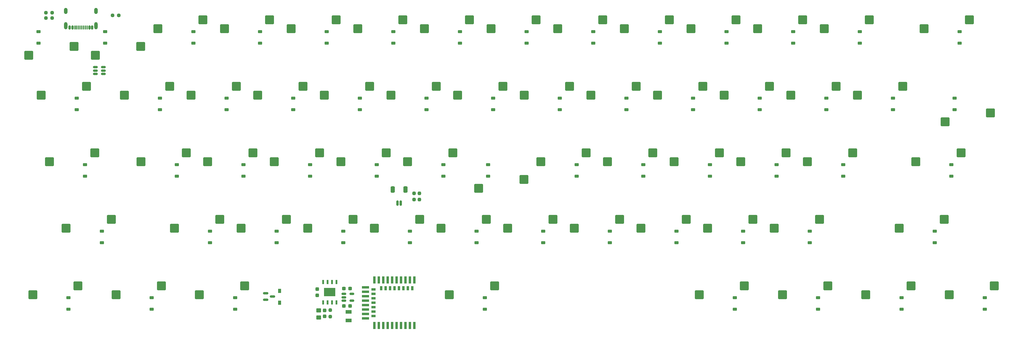
<source format=gbr>
%TF.GenerationSoftware,KiCad,Pcbnew,8.0.2*%
%TF.CreationDate,2024-05-19T01:25:04+08:00*%
%TF.ProjectId,rmk-ble-keyboard,726d6b2d-626c-4652-9d6b-6579626f6172,0*%
%TF.SameCoordinates,Original*%
%TF.FileFunction,Paste,Bot*%
%TF.FilePolarity,Positive*%
%FSLAX46Y46*%
G04 Gerber Fmt 4.6, Leading zero omitted, Abs format (unit mm)*
G04 Created by KiCad (PCBNEW 8.0.2) date 2024-05-19 01:25:04*
%MOMM*%
%LPD*%
G01*
G04 APERTURE LIST*
G04 Aperture macros list*
%AMRoundRect*
0 Rectangle with rounded corners*
0 $1 Rounding radius*
0 $2 $3 $4 $5 $6 $7 $8 $9 X,Y pos of 4 corners*
0 Add a 4 corners polygon primitive as box body*
4,1,4,$2,$3,$4,$5,$6,$7,$8,$9,$2,$3,0*
0 Add four circle primitives for the rounded corners*
1,1,$1+$1,$2,$3*
1,1,$1+$1,$4,$5*
1,1,$1+$1,$6,$7*
1,1,$1+$1,$8,$9*
0 Add four rect primitives between the rounded corners*
20,1,$1+$1,$2,$3,$4,$5,0*
20,1,$1+$1,$4,$5,$6,$7,0*
20,1,$1+$1,$6,$7,$8,$9,0*
20,1,$1+$1,$8,$9,$2,$3,0*%
G04 Aperture macros list end*
%ADD10RoundRect,0.250000X-1.025000X-1.000000X1.025000X-1.000000X1.025000X1.000000X-1.025000X1.000000X0*%
%ADD11RoundRect,0.250000X1.025000X1.000000X-1.025000X1.000000X-1.025000X-1.000000X1.025000X-1.000000X0*%
%ADD12RoundRect,0.237500X0.300000X0.237500X-0.300000X0.237500X-0.300000X-0.237500X0.300000X-0.237500X0*%
%ADD13RoundRect,0.225000X0.375000X-0.225000X0.375000X0.225000X-0.375000X0.225000X-0.375000X-0.225000X0*%
%ADD14RoundRect,0.150000X-0.512500X-0.150000X0.512500X-0.150000X0.512500X0.150000X-0.512500X0.150000X0*%
%ADD15R,0.950000X1.200000*%
%ADD16RoundRect,0.150000X-0.150000X-0.425000X0.150000X-0.425000X0.150000X0.425000X-0.150000X0.425000X0*%
%ADD17RoundRect,0.075000X-0.075000X-0.500000X0.075000X-0.500000X0.075000X0.500000X-0.075000X0.500000X0*%
%ADD18O,1.000000X1.800000*%
%ADD19O,1.000000X2.100000*%
%ADD20R,0.600000X1.200000*%
%ADD21R,3.300000X2.400000*%
%ADD22RoundRect,0.237500X-0.237500X0.300000X-0.237500X-0.300000X0.237500X-0.300000X0.237500X0.300000X0*%
%ADD23R,0.800000X2.000000*%
%ADD24R,2.000000X0.800000*%
%ADD25R,1.200000X0.800000*%
%ADD26R,0.800000X1.200000*%
%ADD27RoundRect,0.150000X-0.150000X-0.625000X0.150000X-0.625000X0.150000X0.625000X-0.150000X0.625000X0*%
%ADD28RoundRect,0.250000X-0.350000X-0.650000X0.350000X-0.650000X0.350000X0.650000X-0.350000X0.650000X0*%
%ADD29RoundRect,0.250000X0.450000X-0.350000X0.450000X0.350000X-0.450000X0.350000X-0.450000X-0.350000X0*%
%ADD30R,1.800000X1.000000*%
%ADD31RoundRect,0.225000X-0.375000X0.225000X-0.375000X-0.225000X0.375000X-0.225000X0.375000X0.225000X0*%
%ADD32RoundRect,0.237500X0.250000X0.237500X-0.250000X0.237500X-0.250000X-0.237500X0.250000X-0.237500X0*%
%ADD33RoundRect,0.150000X-0.587500X-0.150000X0.587500X-0.150000X0.587500X0.150000X-0.587500X0.150000X0*%
%ADD34RoundRect,0.237500X-0.300000X-0.237500X0.300000X-0.237500X0.300000X0.237500X-0.300000X0.237500X0*%
%ADD35RoundRect,0.237500X-0.250000X-0.237500X0.250000X-0.237500X0.250000X0.237500X-0.250000X0.237500X0*%
%ADD36RoundRect,0.237500X-0.237500X0.250000X-0.237500X-0.250000X0.237500X-0.250000X0.237500X0.250000X0*%
%ADD37RoundRect,0.237500X0.237500X-0.250000X0.237500X0.250000X-0.237500X0.250000X-0.237500X-0.250000X0*%
G04 APERTURE END LIST*
D10*
%TO.C,SW33*%
X92552500Y49790000D03*
X105479500Y52330000D03*
%TD*%
%TO.C,SW7*%
X116365000Y87890000D03*
X129292000Y90430000D03*
%TD*%
%TO.C,SW21*%
X125890000Y68840000D03*
X138817000Y71380000D03*
%TD*%
%TO.C,SW38*%
X187802500Y49790000D03*
X200729500Y52330000D03*
%TD*%
%TO.C,SW23*%
X163990000Y68840000D03*
X176917000Y71380000D03*
%TD*%
%TO.C,SW11*%
X192565000Y87890000D03*
X205492000Y90430000D03*
%TD*%
D11*
%TO.C,SW1*%
X16235000Y82810000D03*
X3308000Y80270000D03*
%TD*%
D10*
%TO.C,SW24*%
X183040000Y68840000D03*
X195967000Y71380000D03*
%TD*%
%TO.C,SW60*%
X242571250Y11690000D03*
X255498250Y14230000D03*
%TD*%
%TO.C,SW39*%
X206852500Y49790000D03*
X219779500Y52330000D03*
%TD*%
%TO.C,SW8*%
X135415000Y87890000D03*
X148342000Y90430000D03*
%TD*%
%TO.C,SW37*%
X168752500Y49790000D03*
X181679500Y52330000D03*
%TD*%
%TO.C,SW55*%
X28258750Y11690000D03*
X41185750Y14230000D03*
%TD*%
%TO.C,SW61*%
X266383750Y11690000D03*
X279310750Y14230000D03*
%TD*%
%TO.C,SW56*%
X52071250Y11690000D03*
X64998250Y14230000D03*
%TD*%
%TO.C,SW43*%
X44927500Y30740000D03*
X57854500Y33280000D03*
%TD*%
%TO.C,SW26*%
X221140000Y68840000D03*
X234067000Y71380000D03*
%TD*%
%TO.C,SW13*%
X230665000Y87890000D03*
X243592000Y90430000D03*
%TD*%
%TO.C,SW40*%
X225902500Y49790000D03*
X238829500Y52330000D03*
%TD*%
%TO.C,SW25*%
X202090000Y68840000D03*
X215017000Y71380000D03*
%TD*%
%TO.C,SW18*%
X68740000Y68840000D03*
X81667000Y71380000D03*
%TD*%
%TO.C,SW16*%
X30640000Y68840000D03*
X43567000Y71380000D03*
%TD*%
%TO.C,SW9*%
X154465000Y87890000D03*
X167392000Y90430000D03*
%TD*%
%TO.C,SW42*%
X13971250Y30740000D03*
X26898250Y33280000D03*
%TD*%
%TO.C,SW32*%
X73502500Y49790000D03*
X86429500Y52330000D03*
%TD*%
D11*
%TO.C,SW35*%
X144822500Y44710000D03*
X131895500Y42170000D03*
%TD*%
D10*
%TO.C,SW51*%
X197327500Y30740000D03*
X210254500Y33280000D03*
%TD*%
%TO.C,SW6*%
X97315000Y87890000D03*
X110242000Y90430000D03*
%TD*%
%TO.C,SW10*%
X173515000Y87890000D03*
X186442000Y90430000D03*
%TD*%
%TO.C,SW36*%
X149702500Y49790000D03*
X162629500Y52330000D03*
%TD*%
%TO.C,SW46*%
X102077500Y30740000D03*
X115004500Y33280000D03*
%TD*%
%TO.C,SW3*%
X40165000Y87890000D03*
X53092000Y90430000D03*
%TD*%
%TO.C,SW20*%
X106840000Y68840000D03*
X119767000Y71380000D03*
%TD*%
%TO.C,SW30*%
X35402500Y49790000D03*
X48329500Y52330000D03*
%TD*%
D11*
%TO.C,SW28*%
X278172500Y63760000D03*
X265245500Y61220000D03*
%TD*%
D10*
%TO.C,SW41*%
X256858750Y49790000D03*
X269785750Y52330000D03*
%TD*%
%TO.C,SW59*%
X218758750Y11690000D03*
X231685750Y14230000D03*
%TD*%
%TO.C,SW57*%
X123508750Y11690000D03*
X136435750Y14230000D03*
%TD*%
%TO.C,SW19*%
X87790000Y68840000D03*
X100717000Y71380000D03*
%TD*%
%TO.C,SW15*%
X6827500Y68840000D03*
X19754500Y71380000D03*
%TD*%
%TO.C,SW50*%
X178277500Y30740000D03*
X191204500Y33280000D03*
%TD*%
%TO.C,SW31*%
X54452500Y49790000D03*
X67379500Y52330000D03*
%TD*%
%TO.C,SW54*%
X4446250Y11690000D03*
X17373250Y14230000D03*
%TD*%
%TO.C,SW47*%
X121127500Y30740000D03*
X134054500Y33280000D03*
%TD*%
%TO.C,SW5*%
X78265000Y87890000D03*
X91192000Y90430000D03*
%TD*%
%TO.C,SW4*%
X59215000Y87890000D03*
X72142000Y90430000D03*
%TD*%
%TO.C,SW49*%
X159227500Y30740000D03*
X172154500Y33280000D03*
%TD*%
%TO.C,SW45*%
X83027500Y30740000D03*
X95954500Y33280000D03*
%TD*%
%TO.C,SW44*%
X63977500Y30740000D03*
X76904500Y33280000D03*
%TD*%
%TO.C,SW34*%
X111602500Y49790000D03*
X124529500Y52330000D03*
%TD*%
%TO.C,SW22*%
X144940000Y68840000D03*
X157867000Y71380000D03*
%TD*%
%TO.C,SW58*%
X194946250Y11690000D03*
X207873250Y14230000D03*
%TD*%
%TO.C,SW12*%
X211615000Y87890000D03*
X224542000Y90430000D03*
%TD*%
%TO.C,SW29*%
X9208750Y49790000D03*
X22135750Y52330000D03*
%TD*%
D11*
%TO.C,SW2*%
X35285000Y82810000D03*
X22358000Y80270000D03*
%TD*%
D10*
%TO.C,SW17*%
X49690000Y68840000D03*
X62617000Y71380000D03*
%TD*%
%TO.C,SW27*%
X240190000Y68840000D03*
X253117000Y71380000D03*
%TD*%
%TO.C,SW14*%
X259240000Y87890000D03*
X272167000Y90430000D03*
%TD*%
%TO.C,SW52*%
X216377500Y30740000D03*
X229304500Y33280000D03*
%TD*%
%TO.C,SW48*%
X140177500Y30740000D03*
X153104500Y33280000D03*
%TD*%
%TO.C,SW53*%
X252096250Y30740000D03*
X265023250Y33280000D03*
%TD*%
D12*
%TO.C,C4*%
X95132500Y8450000D03*
X93407500Y8450000D03*
%TD*%
D13*
%TO.C,D31*%
X64637500Y45600000D03*
X64637500Y48900000D03*
%TD*%
%TO.C,D52*%
X226562500Y26550000D03*
X226562500Y29850000D03*
%TD*%
D14*
%TO.C,U2*%
X22352500Y74940000D03*
X22352500Y75890000D03*
X22352500Y76840000D03*
X24627500Y76840000D03*
X24627500Y75890000D03*
X24627500Y74940000D03*
%TD*%
D13*
%TO.C,D34*%
X121787500Y45600000D03*
X121787500Y48900000D03*
%TD*%
%TO.C,D8*%
X145600000Y83700000D03*
X145600000Y87000000D03*
%TD*%
%TO.C,D17*%
X59875000Y64650000D03*
X59875000Y67950000D03*
%TD*%
%TO.C,D49*%
X169412500Y26550000D03*
X169412500Y29850000D03*
%TD*%
%TO.C,D48*%
X150362500Y26550000D03*
X150362500Y29850000D03*
%TD*%
%TO.C,D32*%
X83687500Y45600000D03*
X83687500Y48900000D03*
%TD*%
D15*
%TO.C,D63*%
X74980000Y12770000D03*
X74980000Y9370000D03*
%TD*%
D16*
%TO.C,J1*%
X15000000Y88195000D03*
X15800000Y88195000D03*
D17*
X16950000Y88195000D03*
X17950000Y88195000D03*
X18450000Y88195000D03*
X19450000Y88195000D03*
D16*
X20600000Y88195000D03*
X21400000Y88195000D03*
X21400000Y88195000D03*
X20600000Y88195000D03*
D17*
X19950000Y88195000D03*
X18950000Y88195000D03*
X17450000Y88195000D03*
X16450000Y88195000D03*
D16*
X15800000Y88195000D03*
X15000000Y88195000D03*
D18*
X13880000Y92950000D03*
D19*
X13880000Y88770000D03*
D18*
X22520000Y92950000D03*
D19*
X22520000Y88770000D03*
%TD*%
D13*
%TO.C,D7*%
X126550000Y83700000D03*
X126550000Y87000000D03*
%TD*%
%TO.C,D12*%
X221800000Y83700000D03*
X221800000Y87000000D03*
%TD*%
%TO.C,D27*%
X250375000Y64650000D03*
X250375000Y67950000D03*
%TD*%
D20*
%TO.C,U3*%
X91215000Y9521500D03*
X89945000Y9521500D03*
X88675000Y9521500D03*
X87405000Y9521500D03*
X87405000Y15338500D03*
X88675000Y15338500D03*
X89945000Y15338500D03*
X91215000Y15338500D03*
D21*
X89310000Y12430000D03*
%TD*%
D13*
%TO.C,D20*%
X117025000Y64650000D03*
X117025000Y67950000D03*
%TD*%
%TO.C,D51*%
X207512500Y26550000D03*
X207512500Y29850000D03*
%TD*%
%TO.C,D40*%
X236087500Y45600000D03*
X236087500Y48900000D03*
%TD*%
D22*
%TO.C,C1*%
X85765000Y13271000D03*
X85765000Y11546000D03*
%TD*%
D13*
%TO.C,D4*%
X69400000Y83700000D03*
X69400000Y87000000D03*
%TD*%
%TO.C,D42*%
X267043750Y45600000D03*
X267043750Y48900000D03*
%TD*%
%TO.C,D6*%
X107500000Y83700000D03*
X107500000Y87000000D03*
%TD*%
D23*
%TO.C,U1*%
X113537200Y2878600D03*
X112267200Y2878600D03*
X110997200Y2878600D03*
X109727200Y2878600D03*
X108457200Y2878600D03*
X107187200Y2878600D03*
X105917200Y2878600D03*
X104647200Y2878600D03*
X103380000Y2878300D03*
X102107200Y2878600D03*
D24*
X99507200Y4933600D03*
D25*
X101807200Y5568850D03*
D24*
X99507200Y6203600D03*
D25*
X101807200Y6838850D03*
D24*
X99507200Y7473600D03*
D25*
X101807200Y8108850D03*
D24*
X99507200Y8743600D03*
D25*
X101807200Y9378850D03*
D24*
X99507200Y10013600D03*
D25*
X101807200Y10648850D03*
D24*
X99507200Y11283600D03*
D25*
X101807200Y11918850D03*
D24*
X99507200Y12553600D03*
D25*
X101807200Y13188600D03*
D24*
X99507200Y13823600D03*
D23*
X102107200Y15878600D03*
X103377200Y15878600D03*
D26*
X104012200Y13578600D03*
D23*
X104647200Y15878600D03*
D26*
X105282200Y13578600D03*
D23*
X105917200Y15878600D03*
D26*
X106552200Y13578600D03*
D23*
X107187200Y15878600D03*
D26*
X107822200Y13578600D03*
D23*
X108457200Y15878600D03*
D26*
X109092200Y13578600D03*
D23*
X109727200Y15878600D03*
D26*
X110362200Y13578600D03*
D23*
X110997200Y15878600D03*
D26*
X111632200Y13578600D03*
D23*
X112264400Y15878900D03*
D26*
X112897200Y13578600D03*
D23*
X113537200Y15878600D03*
%TD*%
D27*
%TO.C,J6*%
X108649800Y37960200D03*
X109649800Y37960200D03*
D28*
X107349800Y41835200D03*
X110949800Y41835200D03*
%TD*%
D29*
%TO.C,R4*%
X86150000Y5180000D03*
X86150000Y7180000D03*
%TD*%
D13*
%TO.C,D54*%
X14631250Y7500000D03*
X14631250Y10800000D03*
%TD*%
%TO.C,D33*%
X102737500Y45600000D03*
X102737500Y48900000D03*
%TD*%
%TO.C,D9*%
X164650000Y83700000D03*
X164650000Y87000000D03*
%TD*%
%TO.C,D5*%
X88450000Y83700000D03*
X88450000Y87000000D03*
%TD*%
%TO.C,D36*%
X159887500Y45600000D03*
X159887500Y48900000D03*
%TD*%
D30*
%TO.C,Y1*%
X94750000Y4315000D03*
X94750000Y6815000D03*
%TD*%
D13*
%TO.C,D11*%
X202750000Y83700000D03*
X202750000Y87000000D03*
%TD*%
D14*
%TO.C,U5*%
X93386500Y10014600D03*
X93386500Y10964600D03*
X93386500Y11914600D03*
X95661500Y11914600D03*
X95661500Y10014600D03*
%TD*%
D13*
%TO.C,D16*%
X40825000Y64650000D03*
X40825000Y67950000D03*
%TD*%
D22*
%TO.C,C2*%
X87905000Y7238500D03*
X87905000Y5513500D03*
%TD*%
D13*
%TO.C,D39*%
X217037500Y45600000D03*
X217037500Y48900000D03*
%TD*%
%TO.C,D10*%
X183700000Y83700000D03*
X183700000Y87000000D03*
%TD*%
%TO.C,D19*%
X97975000Y64650000D03*
X97975000Y67950000D03*
%TD*%
%TO.C,D46*%
X112262500Y26550000D03*
X112262500Y29850000D03*
%TD*%
%TO.C,D37*%
X178937500Y45600000D03*
X178937500Y48900000D03*
%TD*%
%TO.C,D56*%
X62256250Y7500000D03*
X62256250Y10800000D03*
%TD*%
%TO.C,D26*%
X231325000Y64650000D03*
X231325000Y67950000D03*
%TD*%
%TO.C,D25*%
X212275000Y64650000D03*
X212275000Y67950000D03*
%TD*%
%TO.C,D58*%
X205131250Y7500000D03*
X205131250Y10800000D03*
%TD*%
D31*
%TO.C,D2*%
X25100000Y87000000D03*
X25100000Y83700000D03*
%TD*%
%TO.C,D35*%
X134637500Y48900000D03*
X134637500Y45600000D03*
%TD*%
D13*
%TO.C,D50*%
X188462500Y26550000D03*
X188462500Y29850000D03*
%TD*%
%TO.C,D24*%
X193225000Y64650000D03*
X193225000Y67950000D03*
%TD*%
%TO.C,D41*%
X24156250Y26550000D03*
X24156250Y29850000D03*
%TD*%
%TO.C,D45*%
X93212500Y26550000D03*
X93212500Y29850000D03*
%TD*%
%TO.C,D18*%
X78925000Y64650000D03*
X78925000Y67950000D03*
%TD*%
%TO.C,D21*%
X136075000Y64650000D03*
X136075000Y67950000D03*
%TD*%
D32*
%TO.C,R2*%
X9986300Y92462000D03*
X8161300Y92462000D03*
%TD*%
D33*
%TO.C,Q1*%
X71045300Y10207500D03*
X71045300Y12107500D03*
X72920300Y11157500D03*
%TD*%
D13*
%TO.C,D43*%
X55112500Y26550000D03*
X55112500Y29850000D03*
%TD*%
%TO.C,D3*%
X50350000Y83700000D03*
X50350000Y87000000D03*
%TD*%
%TO.C,D47*%
X131312500Y26550000D03*
X131312500Y29850000D03*
%TD*%
%TO.C,D60*%
X252756250Y7500000D03*
X252756250Y10800000D03*
%TD*%
D34*
%TO.C,C3*%
X93382100Y13453800D03*
X95107100Y13453800D03*
%TD*%
D13*
%TO.C,D59*%
X228943750Y7500000D03*
X228943750Y10800000D03*
%TD*%
D32*
%TO.C,R1*%
X9986300Y90963400D03*
X8161300Y90963400D03*
%TD*%
D13*
%TO.C,D38*%
X197987500Y45600000D03*
X197987500Y48900000D03*
%TD*%
D31*
%TO.C,D28*%
X267987500Y67950000D03*
X267987500Y64650000D03*
%TD*%
D13*
%TO.C,D22*%
X155125000Y64650000D03*
X155125000Y67950000D03*
%TD*%
%TO.C,D13*%
X240850000Y83700000D03*
X240850000Y87000000D03*
%TD*%
D31*
%TO.C,D1*%
X6050000Y87000000D03*
X6050000Y83700000D03*
%TD*%
D13*
%TO.C,D61*%
X276568750Y7500000D03*
X276568750Y10800000D03*
%TD*%
%TO.C,D44*%
X74162500Y26550000D03*
X74162500Y29850000D03*
%TD*%
%TO.C,D57*%
X133693750Y7500000D03*
X133693750Y10800000D03*
%TD*%
%TO.C,D14*%
X269425000Y83700000D03*
X269425000Y87000000D03*
%TD*%
%TO.C,D23*%
X174175000Y64650000D03*
X174175000Y67950000D03*
%TD*%
D35*
%TO.C,R7*%
X27236700Y91674600D03*
X29061700Y91674600D03*
%TD*%
D13*
%TO.C,D55*%
X38443750Y7500000D03*
X38443750Y10800000D03*
%TD*%
D36*
%TO.C,R9*%
X114950000Y40762500D03*
X114950000Y38937500D03*
%TD*%
D13*
%TO.C,D30*%
X45587500Y45600000D03*
X45587500Y48900000D03*
%TD*%
D37*
%TO.C,R8*%
X113420000Y38937500D03*
X113420000Y40762500D03*
%TD*%
%TO.C,R3*%
X89435000Y5456000D03*
X89435000Y7281000D03*
%TD*%
D13*
%TO.C,D53*%
X262281250Y26550000D03*
X262281250Y29850000D03*
%TD*%
%TO.C,D15*%
X17012500Y64650000D03*
X17012500Y67950000D03*
%TD*%
%TO.C,D29*%
X19393750Y45600000D03*
X19393750Y48900000D03*
%TD*%
M02*

</source>
